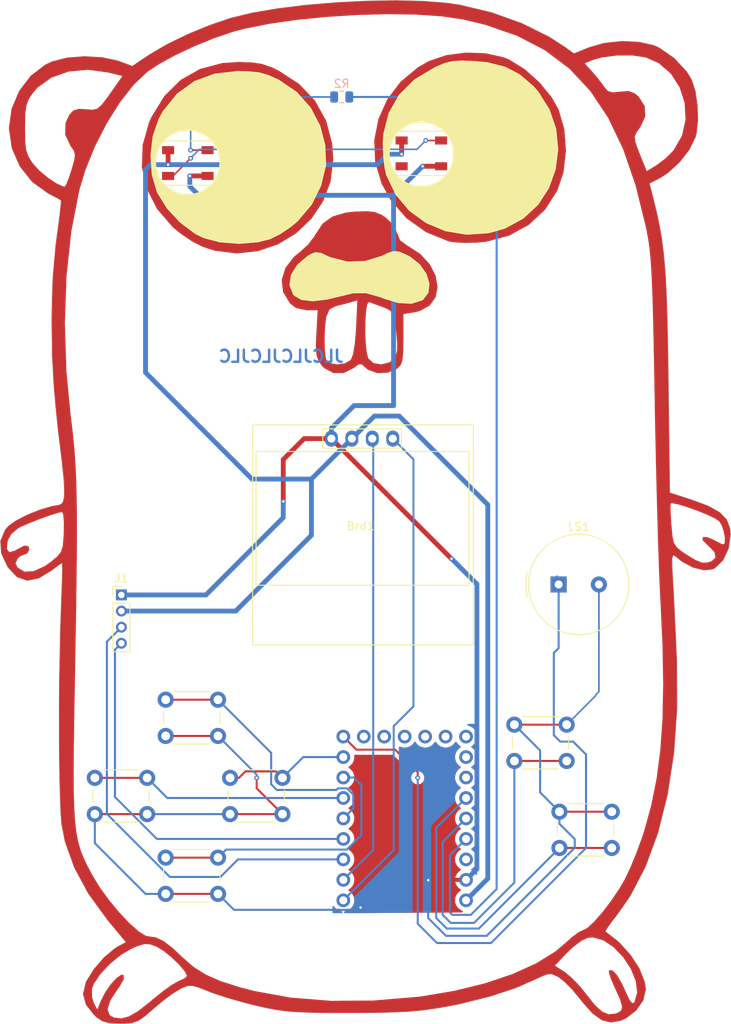
<source format=kicad_pcb>
(kicad_pcb (version 20240108) (generator "pcbnew") (generator_version "8.0")
  (layers (0 "F.Cu" signal) (31 "B.Cu" signal) (34 "B.Paste" user) (35 "F.Paste" user) (36 "B.SilkS" user "B.Silkscreen") (37 "F.SilkS" user "F.Silkscreen") (38 "B.Mask" user) (39 "F.Mask" user) (44 "Edge.Cuts" user))
  (net 0 "")
  (net 1 "GND")
  (net 2 "VCC")
  (net 3 "Net-(D1-DIN)")
  (net 4 "Net-(D1-DOUT)")
  (net 6 "/SDA")
  (net 7 "/SCL")
  (net 8 "/SDA1")
  (net 9 "/SCL1")
  (net 10 "Net-(U1-GP8)")
  (net 11 "/GP29")
  (net 12 "Net-(U1-GP4)")
  (net 13 "Net-(U1-GP5)")
  (net 14 "Net-(U1-GP6)")
  (net 15 "Net-(U1-GP7)")
  (net 16 "Net-(U1-GP28)")
  (net 17 "Net-(U1-GP27)")
  (footprint "LED_SMD:LED_WS2812B_PLCC4_5.0x5.0mm_P3.2mm" (layer "F.Cu") (at 91.75 63.9)
    (property "Reference" "D1" (hide yes))
    (property "Value" "WS2812B")
  )
  (footprint "LED_SMD:LED_WS2812B_PLCC4_5.0x5.0mm_P3.2mm" (layer "F.Cu") (at 120.75 62.7)
    (property "Reference" "D2" (hide yes))
    (property "Value" "WS2812B")
  )
  (footprint "rp2040-zero:my-rp2040-zero" (layer "F.Cu") (at 118.68 145.24 180)
    (property "Reference" "U1" (hide yes))
    (property "Value" "~" (hide yes))
  )
  (footprint "XIAO:128x64OLED" (layer "F.Cu") (at 113.2 108.7)
    (property "Reference" "Brd1")
    (property "Value" "SSD1306")
  )
  (footprint "Button_Switch_THT:SW_PUSH_6mm_H4.3mm" (layer "F.Cu") (at 132.3 133.6)
    (property "Reference" "SW5" (hide yes))
    (property "Value" "SW_Push")
  )
  (footprint "Button_Switch_THT:SW_PUSH_6mm_H4.3mm" (layer "F.Cu") (at 80.2 140.2)
    (property "Reference" "SW2" (hide yes))
    (property "Value" "SW_Push")
  )
  (footprint "Button_Switch_THT:SW_PUSH_6mm_H4.3mm" (layer "F.Cu") (at 89 150.1)
    (property "Reference" "SW3" (hide yes))
    (property "Value" "SW_Push")
  )
  (footprint "Connector_PinHeader_2.00mm:PinHeader_1x04_P2.00mm_Vertical" (layer "F.Cu") (at 83.5 117.5)
    (property "Reference" "J1")
    (property "Value" "Conn_01x04_Pin")
  )
  (footprint "MountingHole:MountingHole_3.2mm_M3" (layer "F.Cu") (at 112 50.7)
    (property "Reference" "REF**" (hide yes))
    (property "Value" "MountingHole_3.2mm_M3")
  )
  (footprint "Button_Switch_THT:SW_PUSH_6mm_H4.3mm" (layer "F.Cu") (at 89 130.5)
    (property "Reference" "SW1" (hide yes))
    (property "Value" "SW_Push")
  )
  (footprint "gopher:gopher" (layer "F.Cu") (at 113.8 107.2)
    (property "Reference" "G***" (hide yes))
    (property "Value" "LOGO" (hide yes))
    (fp_line (start -45.35 3.59) (end -44.76 2.2) (stroke (width 0.05)) (layer "Edge.Cuts"))
    (fp_line (start -45.25 5.16) (end -45.35 3.59) (stroke (width 0.05)) (layer "Edge.Cuts"))
    (fp_line (start -44.76 2.2) (end -44.36 1.73) (stroke (width 0.05)) (layer "Edge.Cuts"))
    (fp_line (start -44.43 6.89) (end -45.25 5.16) (stroke (width 0.05)) (layer "Edge.Cuts"))
    (fp_line (start -44.36 1.73) (end -43.41 1.05) (stroke (width 0.05)) (layer "Edge.Cuts"))
    (fp_line (start -44.29 -47.63) (end -43.96 -50.04) (stroke (width 0.05)) (layer "Edge.Cuts"))
    (fp_line (start -43.96 -50.04) (end -43.01 -52.27) (stroke (width 0.05)) (layer "Edge.Cuts"))
    (fp_line (start -43.93 -45.12) (end -44.29 -47.63) (stroke (width 0.05)) (layer "Edge.Cuts"))
    (fp_line (start -43.41 1.05) (end -42.02 0.33) (stroke (width 0.05)) (layer "Edge.Cuts"))
    (fp_line (start -43.28 8.11) (end -44.43 6.89) (stroke (width 0.05)) (layer "Edge.Cuts"))
    (fp_line (start -43.01 -52.27) (end -41.59 -54.13) (stroke (width 0.05)) (layer "Edge.Cuts"))
    (fp_line (start -42.93 -42.86) (end -43.93 -45.12) (stroke (width 0.05)) (layer "Edge.Cuts"))
    (fp_line (start -42.02 0.33) (end -40.41 -0.31) (stroke (width 0.05)) (layer "Edge.Cuts"))
    (fp_line (start -41.97 8.55) (end -43.28 8.11) (stroke (width 0.05)) (layer "Edge.Cuts"))
    (fp_line (start -41.59 -54.13) (end -39.78 -55.52) (stroke (width 0.05)) (layer "Edge.Cuts"))
    (fp_line (start -41.39 -40.93) (end -42.93 -42.86) (stroke (width 0.05)) (layer "Edge.Cuts"))
    (fp_line (start -40.54 8.26) (end -41.97 8.55) (stroke (width 0.05)) (layer "Edge.Cuts"))
    (fp_line (start -40.41 -0.31) (end -38.94 -0.74) (stroke (width 0.05)) (layer "Edge.Cuts"))
    (fp_line (start -39.79 7.8) (end -40.54 8.26) (stroke (width 0.05)) (layer "Edge.Cuts"))
    (fp_line (start -39.78 -55.52) (end -38.91 -55.93) (stroke (width 0.05)) (layer "Edge.Cuts"))
    (fp_line (start -39.4 -39.5) (end -41.39 -40.93) (stroke (width 0.05)) (layer "Edge.Cuts"))
    (fp_line (start -38.99 -23.79) (end -38.94 -26.34) (stroke (width 0.05)) (layer "Edge.Cuts"))
    (fp_line (start -38.95 -21.14) (end -38.99 -23.79) (stroke (width 0.05)) (layer "Edge.Cuts"))
    (fp_line (start -38.94 -26.34) (end -38.88 -28.29) (stroke (width 0.05)) (layer "Edge.Cuts"))
    (fp_line (start -38.94 -19.52) (end -38.95 -21.14) (stroke (width 0.05)) (layer "Edge.Cuts"))
    (fp_line (start -38.94 -0.74) (end -38.74 -0.78) (stroke (width 0.05)) (layer "Edge.Cuts"))
    (fp_line (start -38.94 7.28) (end -39.79 7.8) (stroke (width 0.05)) (layer "Edge.Cuts"))
    (fp_line (start -38.91 -55.93) (end -37.08 -56.4) (stroke (width 0.05)) (layer "Edge.Cuts"))
    (fp_line (start -38.88 -28.29) (end -38.85 -29.08) (stroke (width 0.05)) (layer "Edge.Cuts"))
    (fp_line (start -38.85 -29.08) (end -38.67 -31.15) (stroke (width 0.05)) (layer "Edge.Cuts"))
    (fp_line (start -38.84 -17.74) (end -38.94 -19.52) (stroke (width 0.05)) (layer "Edge.Cuts"))
    (fp_line (start -38.74 -0.78) (end -38.23 -0.86) (stroke (width 0.05)) (layer "Edge.Cuts"))
    (fp_line (start -38.73 -15.79) (end -38.84 -17.74) (stroke (width 0.05)) (layer "Edge.Cuts"))
    (fp_line (start -38.67 -31.15) (end -38.49 -33.11) (stroke (width 0.05)) (layer "Edge.Cuts"))
    (fp_line (start -38.49 -33.11) (end -38.25 -34.92) (stroke (width 0.05)) (layer "Edge.Cuts"))
    (fp_line (start -38.49 -13.05) (end -38.73 -15.79) (stroke (width 0.05)) (layer "Edge.Cuts"))
    (fp_line (start -38.38 -11.93) (end -38.49 -13.05) (stroke (width 0.05)) (layer "Edge.Cuts"))
    (fp_line (start -38.25 -34.92) (end -38.04 -36.48) (stroke (width 0.05)) (layer "Edge.Cuts"))
    (fp_line (start -38.24 -38.89) (end -39.4 -39.5) (stroke (width 0.05)) (layer "Edge.Cuts"))
    (fp_line (start -38.23 -0.86) (end -37.82 -0.98) (stroke (width 0.05)) (layer "Edge.Cuts"))
    (fp_line (start -38.18 -9.93) (end -38.38 -11.93) (stroke (width 0.05)) (layer "Edge.Cuts"))
    (fp_line (start -38.07 24.31) (end -38.05 22.38) (stroke (width 0.05)) (layer "Edge.Cuts"))
    (fp_line (start -38.06 26.6) (end -38.07 24.31) (stroke (width 0.05)) (layer "Edge.Cuts"))
    (fp_line (start -38.06 28.14) (end -38.06 26.6) (stroke (width 0.05)) (layer "Edge.Cuts"))
    (fp_line (start -38.06 28.91) (end -38.06 28.14) (stroke (width 0.05)) (layer "Edge.Cuts"))
    (fp_line (start -38.05 22.38) (end -38.04 20.73) (stroke (width 0.05)) (layer "Edge.Cuts"))
    (fp_line (start -38.04 -36.48) (end -37.89 -37.8) (stroke (width 0.05)) (layer "Edge.Cuts"))
    (fp_line (start -38.04 20.73) (end -37.99 18.47) (stroke (width 0.05)) (layer "Edge.Cuts"))
    (fp_line (start -38.03 31.31) (end -38.06 28.91) (stroke (width 0.05)) (layer "Edge.Cuts"))
    (fp_line (start -38.02 6.59) (end -38.94 7.28) (stroke (width 0.05)) (layer "Edge.Cuts"))
    (fp_line (start -38.01 33.06) (end -38.03 31.31) (stroke (width 0.05)) (layer "Edge.Cuts"))
    (fp_line (start -37.99 -8.51) (end -38.18 -9.93) (stroke (width 0.05)) (layer "Edge.Cuts"))
    (fp_line (start -37.99 18.47) (end -37.93 15) (stroke (width 0.05)) (layer "Edge.Cuts"))
    (fp_line (start -37.98 34.15) (end -38.01 33.06) (stroke (width 0.05)) (layer "Edge.Cuts"))
    (fp_line (start -37.93 15) (end -37.85 12.51) (stroke (width 0.05)) (layer "Edge.Cuts"))
    (fp_line (start -37.92 -7.9) (end -37.99 -8.51) (stroke (width 0.05)) (layer "Edge.Cuts"))
    (fp_line (start -37.89 -37.8) (end -37.84 -38.3) (stroke (width 0.05)) (layer "Edge.Cuts"))
    (fp_line (start -37.87 37.4) (end -37.98 34.15) (stroke (width 0.05)) (layer "Edge.Cuts"))
    (fp_line (start -37.85 12.51) (end -37.77 10.43) (stroke (width 0.05)) (layer "Edge.Cuts"))
    (fp_line (start -37.84 -38.3) (end -37.83 -38.64) (stroke (width 0.05)) (layer "Edge.Cuts"))
    (fp_line (start -37.83 -38.64) (end -38.24 -38.89) (stroke (width 0.05)) (layer "Edge.Cuts"))
    (fp_line (start -37.82 -0.98) (end -37.59 -1.24) (stroke (width 0.05)) (layer "Edge.Cuts"))
    (fp_line (start -37.82 6.47) (end -38.02 6.59) (stroke (width 0.05)) (layer "Edge.Cuts"))
    (fp_line (start -37.77 -6.71) (end -37.92 -7.9) (stroke (width 0.05)) (layer "Edge.Cuts"))
    (fp_line (start -37.77 10.43) (end -37.72 9.09) (stroke (width 0.05)) (layer "Edge.Cuts"))
    (fp_line (start -37.75 38.82) (end -37.87 37.4) (stroke (width 0.05)) (layer "Edge.Cuts"))
    (fp_line (start -37.72 9.09) (end -37.68 7.87) (stroke (width 0.05)) (layer "Edge.Cuts"))
    (fp_line (start -37.68 6.38) (end -37.82 6.47) (stroke (width 0.05)) (layer "Edge.Cuts"))
    (fp_line (start -37.68 6.6) (end -37.68 6.38) (stroke (width 0.05)) (layer "Edge.Cuts"))
    (fp_line (start -37.68 7.87) (end -37.66 7.05) (stroke (width 0.05)) (layer "Edge.Cuts"))
    (fp_line (start -37.66 7.05) (end -37.68 6.6) (stroke (width 0.05)) (layer "Edge.Cuts"))
    (fp_line (start -37.61 -5.22) (end -37.77 -6.71) (stroke (width 0.05)) (layer "Edge.Cuts"))
    (fp_line (start -37.59 -1.24) (end -37.45 -1.81) (stroke (width 0.05)) (layer "Edge.Cuts"))
    (fp_line (start -37.48 -4.01) (end -37.61 -5.22) (stroke (width 0.05)) (layer "Edge.Cuts"))
    (fp_line (start -37.45 -1.81) (end -37.42 -2.73) (stroke (width 0.05)) (layer "Edge.Cuts"))
    (fp_line (start -37.42 -2.73) (end -37.48 -4.01) (stroke (width 0.05)) (layer "Edge.Cuts"))
    (fp_line (start -37.34 40.92) (end -37.75 38.82) (stroke (width 0.05)) (layer "Edge.Cuts"))
    (fp_line (start -37.08 -56.4) (end -34.92 -56.58) (stroke (width 0.05)) (layer "Edge.Cuts"))
    (fp_line (start -36.17 44.16) (end -37.34 40.92) (stroke (width 0.05)) (layer "Edge.Cuts"))
    (fp_line (start -35.09 59.83) (end -34.75 58.38) (stroke (width 0.05)) (layer "Edge.Cuts"))
    (fp_line (start -34.92 -56.58) (end -33.6 -56.5) (stroke (width 0.05)) (layer "Edge.Cuts"))
    (fp_line (start -34.75 58.38) (end -34.65 58.17) (stroke (width 0.05)) (layer "Edge.Cuts"))
    (fp_line (start -34.73 61.16) (end -35.09 59.83) (stroke (width 0.05)) (layer "Edge.Cuts"))
    (fp_line (start -34.65 58.17) (end -34.01 57.16) (stroke (width 0.05)) (layer "Edge.Cuts"))
    (fp_line (start -34.42 47.41) (end -36.17 44.16) (stroke (width 0.05)) (layer "Edge.Cuts"))
    (fp_line (start -34.1 47.83) (end -34.42 47.41) (stroke (width 0.05)) (layer "Edge.Cuts"))
    (fp_line (start -34.01 57.16) (end -33.72 56.69) (stroke (width 0.05)) (layer "Edge.Cuts"))
    (fp_line (start -33.73 62.43) (end -34.73 61.16) (stroke (width 0.05)) (layer "Edge.Cuts"))
    (fp_line (start -33.72 56.69) (end -32.74 55.57) (stroke (width 0.05)) (layer "Edge.Cuts"))
    (fp_line (start -33.6 -56.5) (end -32.71 -56.45) (stroke (width 0.05)) (layer "Edge.Cuts"))
    (fp_line (start -33.39 62.75) (end -33.73 62.43) (stroke (width 0.05)) (layer "Edge.Cuts"))
    (fp_line (start -32.74 55.57) (end -32.5 55.28) (stroke (width 0.05)) (layer "Edge.Cuts"))
    (fp_line (start -32.71 -56.45) (end -32.04 -56.31) (stroke (width 0.05)) (layer "Edge.Cuts"))
    (fp_line (start -32.69 49.78) (end -34.1 47.83) (stroke (width 0.05)) (layer "Edge.Cuts"))
    (fp_line (start -32.65 63.24) (end -33.39 62.75) (stroke (width 0.05)) (layer "Edge.Cuts"))
    (fp_line (start -32.5 55.28) (end -31.32 54.29) (stroke (width 0.05)) (layer "Edge.Cuts"))
    (fp_line (start -32.04 -56.31) (end -30.74 -56.03) (stroke (width 0.05)) (layer "Edge.Cuts"))
    (fp_line (start -32 50.72) (end -32.69 49.78) (stroke (width 0.05)) (layer "Edge.Cuts"))
    (fp_line (start -31.78 63.46) (end -32.65 63.24) (stroke (width 0.05)) (layer "Edge.Cuts"))
    (fp_line (start -31.32 54.29) (end -31.12 54.13) (stroke (width 0.05)) (layer "Edge.Cuts"))
    (fp_line (start -31.12 54.13) (end -30.72 53.88) (stroke (width 0.05)) (layer "Edge.Cuts"))
    (fp_line (start -30.91 52.03) (end -32 50.72) (stroke (width 0.05)) (layer "Edge.Cuts"))
    (fp_line (start -30.74 -56.03) (end -29.77 -55.68) (stroke (width 0.05)) (layer "Edge.Cuts"))
    (fp_line (start -30.72 53.88) (end -30.23 53.62) (stroke (width 0.05)) (layer "Edge.Cuts"))
    (fp_line (start -30.47 63.52) (end -31.78 63.46) (stroke (width 0.05)) (layer "Edge.Cuts"))
    (fp_line (start -30.23 53.62) (end -29.78 53.38) (stroke (width 0.05)) (layer "Edge.Cuts"))
    (fp_line (start -30.02 53.1) (end -30.91 52.03) (stroke (width 0.05)) (layer "Edge.Cuts"))
    (fp_line (start -29.92 63.52) (end -30.47 63.52) (stroke (width 0.05)) (layer "Edge.Cuts"))
    (fp_line (start -29.78 53.38) (end -30.02 53.1) (stroke (width 0.05)) (layer "Edge.Cuts"))
    (fp_line (start -29.77 -55.68) (end -28.95 -55.37) (stroke (width 0.05)) (layer "Edge.Cuts"))
    (fp_line (start -28.96 63.44) (end -29.92 63.52) (stroke (width 0.05)) (layer "Edge.Cuts"))
    (fp_line (start -28.95 -55.37) (end -27.96 -56.04) (stroke (width 0.05)) (layer "Edge.Cuts"))
    (fp_line (start -28.19 63.18) (end -28.96 63.44) (stroke (width 0.05)) (layer "Edge.Cuts"))
    (fp_line (start -27.96 -56.04) (end -26.9 -56.74) (stroke (width 0.05)) (layer "Edge.Cuts"))
    (fp_line (start -27.39 62.63) (end -28.19 63.18) (stroke (width 0.05)) (layer "Edge.Cuts"))
    (fp_line (start -26.93 62.24) (end -27.39 62.63) (stroke (width 0.05)) (layer "Edge.Cuts"))
    (fp_line (start -26.9 -56.74) (end -25.7 -57.46) (stroke (width 0.05)) (layer "Edge.Cuts"))
    (fp_line (start -26.27 61.66) (end -26.93 62.24) (stroke (width 0.05)) (layer "Edge.Cuts"))
    (fp_line (start -25.78 61.25) (end -26.27 61.66) (stroke (width 0.05)) (layer "Edge.Cuts"))
    (fp_line (start -25.7 -57.46) (end -24.89 -57.92) (stroke (width 0.05)) (layer "Edge.Cuts"))
    (fp_line (start -25.1 60.68) (end -25.78 61.25) (stroke (width 0.05)) (layer "Edge.Cuts"))
    (fp_line (start -24.89 -57.92) (end -24.58 -58.1) (stroke (width 0.05)) (layer "Edge.Cuts"))
    (fp_line (start -24.58 -58.1) (end -22.21 -59.25) (stroke (width 0.05)) (layer "Edge.Cuts"))
    (fp_line (start -24.35 60.12) (end -25.1 60.68) (stroke (width 0.05)) (layer "Edge.Cuts"))
    (fp_line (start -23.96 59.83) (end -24.35 60.12) (stroke (width 0.05)) (layer "Edge.Cuts"))
    (fp_line (start -23.7 59.67) (end -23.96 59.83) (stroke (width 0.05)) (layer "Edge.Cuts"))
    (fp_line (start -22.99 59.23) (end -23.7 59.67) (stroke (width 0.05)) (layer "Edge.Cuts"))
    (fp_line (start -22.72 59.1) (end -22.99 59.23) (stroke (width 0.05)) (layer "Edge.Cuts"))
    (fp_line (start -22.21 -59.25) (end -21.72 -59.47) (stroke (width 0.05)) (layer "Edge.Cuts"))
    (fp_line (start -22.1 58.86) (end -22.72 59.1) (stroke (width 0.05)) (layer "Edge.Cuts"))
    (fp_line (start -21.72 -59.47) (end -19.31 -60.45) (stroke (width 0.05)) (layer "Edge.Cuts"))
    (fp_line (start -21.51 58.83) (end -22.1 58.86) (stroke (width 0.05)) (layer "Edge.Cuts"))
    (fp_line (start -20.89 59) (end -21.51 58.83) (stroke (width 0.05)) (layer "Edge.Cuts"))
    (fp_line (start -20.6 59.09) (end -20.89 59) (stroke (width 0.05)) (layer "Edge.Cuts"))
    (fp_line (start -20.15 59.27) (end -20.6 59.09) (stroke (width 0.05)) (layer "Edge.Cuts"))
    (fp_line (start -19.46 59.54) (end -20.15 59.27) (stroke (width 0.05)) (layer "Edge.Cuts"))
    (fp_line (start -19.31 -60.45) (end -16.7 -61.34) (stroke (width 0.05)) (layer "Edge.Cuts"))
    (fp_line (start -18.72 59.82) (end -19.46 59.54) (stroke (width 0.05)) (layer "Edge.Cuts"))
    (fp_line (start -17.19 60.32) (end -18.72 59.82) (stroke (width 0.05)) (layer "Edge.Cuts"))
    (fp_line (start -16.7 -61.34) (end -14.05 -61.98) (stroke (width 0.05)) (layer "Edge.Cuts"))
    (fp_line (start -16.14 60.62) (end -17.19 60.32) (stroke (width 0.05)) (layer "Edge.Cuts"))
    (fp_line (start -15.17 60.9) (end -16.14 60.62) (stroke (width 0.05)) (layer "Edge.Cuts"))
    (fp_line (start -14.05 -61.98) (end -10.91 -62.51) (stroke (width 0.05)) (layer "Edge.Cuts"))
    (fp_line (start -13.61 61.29) (end -15.17 60.9) (stroke (width 0.05)) (layer "Edge.Cuts"))
    (fp_line (start -12.43 61.57) (end -13.61 61.29) (stroke (width 0.05)) (layer "Edge.Cuts"))
    (fp_line (start -11.12 61.81) (end -12.43 61.57) (stroke (width 0.05)) (layer "Edge.Cuts"))
    (fp_line (start -10.91 -62.51) (end -7.39 -62.95) (stroke (width 0.05)) (layer "Edge.Cuts"))
    (fp_line (start -9.78 62) (end -11.12 61.81) (stroke (width 0.05)) (layer "Edge.Cuts"))
    (fp_line (start -8.45 62.1) (end -9.78 62) (stroke (width 0.05)) (layer "Edge.Cuts"))
    (fp_line (start -7.64 62.13) (end -8.45 62.1) (stroke (width 0.05)) (layer "Edge.Cuts"))
    (fp_line (start -7.39 -62.95) (end -4.97 -63.15) (stroke (width 0.05)) (layer "Edge.Cuts"))
    (fp_line (start -5.78 62.19) (end -7.64 62.13) (stroke (width 0.05)) (layer "Edge.Cuts"))
    (fp_line (start -4.97 -63.15) (end -3.63 -63.26) (stroke (width 0.05)) (layer "Edge.Cuts"))
    (fp_line (start -4.09 62.2) (end -5.78 62.19) (stroke (width 0.05)) (layer "Edge.Cuts"))
    (fp_line (start -3.63 -63.26) (end -1.9 -63.35) (stroke (width 0.05)) (layer "Edge.Cuts"))
    (fp_line (start -2.01 62.2) (end -4.09 62.2) (stroke (width 0.05)) (layer "Edge.Cuts"))
    (fp_line (start -1.9 -63.35) (end 0.09 -63.45) (stroke (width 0.05)) (layer "Edge.Cuts"))
    (fp_line (start -0.94 62.2) (end -2.01 62.2) (stroke (width 0.05)) (layer "Edge.Cuts"))
    (fp_line (start 0.09 -63.45) (end 2.08 -63.49) (stroke (width 0.05)) (layer "Edge.Cuts"))
    (fp_line (start 0.58 62.19) (end -0.94 62.2) (stroke (width 0.05)) (layer "Edge.Cuts"))
    (fp_line (start 1.44 62.18) (end 0.58 62.19) (stroke (width 0.05)) (layer "Edge.Cuts"))
    (fp_line (start 2.08 -63.49) (end 3.77 -63.51) (stroke (width 0.05)) (layer "Edge.Cuts"))
    (fp_line (start 2.7 62.14) (end 1.44 62.18) (stroke (width 0.05)) (layer "Edge.Cuts"))
    (fp_line (start 3.63 62.12) (end 2.7 62.14) (stroke (width 0.05)) (layer "Edge.Cuts"))
    (fp_line (start 3.77 -63.51) (end 6.18 -63.46) (stroke (width 0.05)) (layer "Edge.Cuts"))
    (fp_line (start 4.55 62.07) (end 3.63 62.12) (stroke (width 0.05)) (layer "Edge.Cuts"))
    (fp_line (start 5.31 62.04) (end 4.55 62.07) (stroke (width 0.05)) (layer "Edge.Cuts"))
    (fp_line (start 5.64 62.01) (end 5.31 62.04) (stroke (width 0.05)) (layer "Edge.Cuts"))
    (fp_line (start 6.18 -63.46) (end 7.18 -63.43) (stroke (width 0.05)) (layer "Edge.Cuts"))
    (fp_line (start 6.3 61.95) (end 5.64 62.01) (stroke (width 0.05)) (layer "Edge.Cuts"))
    (fp_line (start 7.06 61.88) (end 6.3 61.95) (stroke (width 0.05)) (layer "Edge.Cuts"))
    (fp_line (start 7.18 -63.43) (end 10.13 -63.2) (stroke (width 0.05)) (layer "Edge.Cuts"))
    (fp_line (start 7.65 61.8) (end 7.06 61.88) (stroke (width 0.05)) (layer "Edge.Cuts"))
    (fp_line (start 8.66 61.66) (end 7.65 61.8) (stroke (width 0.05)) (layer "Edge.Cuts"))
    (fp_line (start 8.91 61.62) (end 8.66 61.66) (stroke (width 0.05)) (layer "Edge.Cuts"))
    (fp_line (start 9.61 61.5) (end 8.91 61.62) (stroke (width 0.05)) (layer "Edge.Cuts"))
    (fp_line (start 10.13 -63.2) (end 11.7 -62.97) (stroke (width 0.05)) (layer "Edge.Cuts"))
    (fp_line (start 10.5 61.34) (end 9.61 61.5) (stroke (width 0.05)) (layer "Edge.Cuts"))
    (fp_line (start 11.16 61.21) (end 10.5 61.34) (stroke (width 0.05)) (layer "Edge.Cuts"))
    (fp_line (start 11.69 61.1) (end 11.16 61.21) (stroke (width 0.05)) (layer "Edge.Cuts"))
    (fp_line (start 11.7 -62.97) (end 13.57 -62.53) (stroke (width 0.05)) (layer "Edge.Cuts"))
    (fp_line (start 12.47 60.91) (end 11.69 61.1) (stroke (width 0.05)) (layer "Edge.Cuts"))
    (fp_line (start 13.43 60.67) (end 12.47 60.91) (stroke (width 0.05)) (layer "Edge.Cuts"))
    (fp_line (start 13.57 -62.53) (end 15.65 -62.03) (stroke (width 0.05)) (layer "Edge.Cuts"))
    (fp_line (start 14.57 60.39) (end 13.43 60.67) (stroke (width 0.05)) (layer "Edge.Cuts"))
    (fp_line (start 15.54 60.14) (end 14.57 60.39) (stroke (width 0.05)) (layer "Edge.Cuts"))
    (fp_line (start 15.65 -62.03) (end 17.19 -61.48) (stroke (width 0.05)) (layer "Edge.Cuts"))
    (fp_line (start 16.4 59.86) (end 15.54 60.14) (stroke (width 0.05)) (layer "Edge.Cuts"))
    (fp_line (start 17.12 59.62) (end 16.4 59.86) (stroke (width 0.05)) (layer "Edge.Cuts"))
    (fp_line (start 17.19 -61.48) (end 19.46 -60.67) (stroke (width 0.05)) (layer "Edge.Cuts"))
    (fp_line (start 17.63 59.45) (end 17.12 59.62) (stroke (width 0.05)) (layer "Edge.Cuts"))
    (fp_line (start 18.31 59.23) (end 17.63 59.45) (stroke (width 0.05)) (layer "Edge.Cuts"))
    (fp_line (start 18.77 59.07) (end 18.31 59.23) (stroke (width 0.05)) (layer "Edge.Cuts"))
    (fp_line (start 19.17 58.9) (end 18.77 59.07) (stroke (width 0.05)) (layer "Edge.Cuts"))
    (fp_line (start 19.46 -60.67) (end 22.84 -58.99) (stroke (width 0.05)) (layer "Edge.Cuts"))
    (fp_line (start 19.54 58.73) (end 19.17 58.9) (stroke (width 0.05)) (layer "Edge.Cuts"))
    (fp_line (start 20.16 58.45) (end 19.54 58.73) (stroke (width 0.05)) (layer "Edge.Cuts"))
    (fp_line (start 20.75 58.2) (end 20.16 58.45) (stroke (width 0.05)) (layer "Edge.Cuts"))
    (fp_line (start 21.2 58) (end 20.75 58.2) (stroke (width 0.05)) (layer "Edge.Cuts"))
    (fp_line (start 21.69 57.77) (end 21.2 58) (stroke (width 0.05)) (layer "Edge.Cuts"))
    (fp_line (start 21.89 57.68) (end 21.69 57.77) (stroke (width 0.05)) (layer "Edge.Cuts"))
    (fp_line (start 22.54 57.41) (end 21.89 57.68) (stroke (width 0.05)) (layer "Edge.Cuts"))
    (fp_line (start 22.84 -58.99) (end 24.79 -57.73) (stroke (width 0.05)) (layer "Edge.Cuts"))
    (fp_line (start 23.16 57.39) (end 22.54 57.41) (stroke (width 0.05)) (layer "Edge.Cuts"))
    (fp_line (start 23.92 57.72) (end 23.16 57.39) (stroke (width 0.05)) (layer "Edge.Cuts"))
    (fp_line (start 24.08 57.84) (end 23.92 57.72) (stroke (width 0.05)) (layer "Edge.Cuts"))
    (fp_line (start 24.71 58.34) (end 24.08 57.84) (stroke (width 0.05)) (layer "Edge.Cuts"))
    (fp_line (start 24.79 -57.73) (end 25.9 -56.93) (stroke (width 0.05)) (layer "Edge.Cuts"))
    (fp_line (start 25.08 58.71) (end 24.71 58.34) (stroke (width 0.05)) (layer "Edge.Cuts"))
    (fp_line (start 25.68 59.31) (end 25.08 58.71) (stroke (width 0.05)) (layer "Edge.Cuts"))
    (fp_line (start 25.85 59.52) (end 25.68 59.31) (stroke (width 0.05)) (layer "Edge.Cuts"))
    (fp_line (start 25.9 -56.93) (end 27.78 -57.69) (stroke (width 0.05)) (layer "Edge.Cuts"))
    (fp_line (start 26.34 60.12) (end 25.85 59.52) (stroke (width 0.05)) (layer "Edge.Cuts"))
    (fp_line (start 26.94 60.86) (end 26.34 60.12) (stroke (width 0.05)) (layer "Edge.Cuts"))
    (fp_line (start 27.3 61.27) (end 26.94 60.86) (stroke (width 0.05)) (layer "Edge.Cuts"))
    (fp_line (start 27.78 -57.69) (end 29.66 -58.23) (stroke (width 0.05)) (layer "Edge.Cuts"))
    (fp_line (start 28.22 62.29) (end 27.3 61.27) (stroke (width 0.05)) (layer "Edge.Cuts"))
    (fp_line (start 29.38 63.11) (end 28.22 62.29) (stroke (width 0.05)) (layer "Edge.Cuts"))
    (fp_line (start 29.66 -58.23) (end 31.86 -58.46) (stroke (width 0.05)) (layer "Edge.Cuts"))
    (fp_line (start 29.84 52.05) (end 30.47 52.54) (stroke (width 0.05)) (layer "Edge.Cuts"))
    (fp_line (start 30.04 51.7) (end 29.84 52.05) (stroke (width 0.05)) (layer "Edge.Cuts"))
    (fp_line (start 30.13 51.57) (end 30.04 51.7) (stroke (width 0.05)) (layer "Edge.Cuts"))
    (fp_line (start 30.47 52.54) (end 31.36 53.24) (stroke (width 0.05)) (layer "Edge.Cuts"))
    (fp_line (start 30.51 63.38) (end 29.38 63.11) (stroke (width 0.05)) (layer "Edge.Cuts"))
    (fp_line (start 30.59 50.92) (end 30.13 51.57) (stroke (width 0.05)) (layer "Edge.Cuts"))
    (fp_line (start 31.13 50.23) (end 30.59 50.92) (stroke (width 0.05)) (layer "Edge.Cuts"))
    (fp_line (start 31.36 53.24) (end 31.48 53.33) (stroke (width 0.05)) (layer "Edge.Cuts"))
    (fp_line (start 31.48 53.33) (end 32.15 54.06) (stroke (width 0.05)) (layer "Edge.Cuts"))
    (fp_line (start 31.73 63.16) (end 30.51 63.38) (stroke (width 0.05)) (layer "Edge.Cuts"))
    (fp_line (start 31.85 49.23) (end 31.13 50.23) (stroke (width 0.05)) (layer "Edge.Cuts"))
    (fp_line (start 31.86 -58.46) (end 33.95 -58.36) (stroke (width 0.05)) (layer "Edge.Cuts"))
    (fp_line (start 32.15 54.06) (end 32.96 54.96) (stroke (width 0.05)) (layer "Edge.Cuts"))
    (fp_line (start 32.4 62.86) (end 31.73 63.16) (stroke (width 0.05)) (layer "Edge.Cuts"))
    (fp_line (start 32.89 47.73) (end 31.85 49.23) (stroke (width 0.05)) (layer "Edge.Cuts"))
    (fp_line (start 32.96 54.96) (end 33.71 56.11) (stroke (width 0.05)) (layer "Edge.Cuts"))
    (fp_line (start 33.39 46.79) (end 32.89 47.73) (stroke (width 0.05)) (layer "Edge.Cuts"))
    (fp_line (start 33.66 61.88) (end 32.4 62.86) (stroke (width 0.05)) (layer "Edge.Cuts"))
    (fp_line (start 33.71 56.11) (end 34.05 56.64) (stroke (width 0.05)) (layer "Edge.Cuts"))
    (fp_line (start 33.89 45.83) (end 33.39 46.79) (stroke (width 0.05)) (layer "Edge.Cuts"))
    (fp_line (start 33.95 -58.36) (end 35.77 -57.96) (stroke (width 0.05)) (layer "Edge.Cuts"))
    (fp_line (start 34.05 56.64) (end 34.72 58.32) (stroke (width 0.05)) (layer "Edge.Cuts"))
    (fp_line (start 34.53 60.63) (end 33.66 61.88) (stroke (width 0.05)) (layer "Edge.Cuts"))
    (fp_line (start 34.72 58.32) (end 34.85 59.26) (stroke (width 0.05)) (layer "Edge.Cuts"))
    (fp_line (start 34.79 44.09) (end 33.89 45.83) (stroke (width 0.05)) (layer "Edge.Cuts"))
    (fp_line (start 34.85 59.26) (end 34.53 60.63) (stroke (width 0.05)) (layer "Edge.Cuts"))
    (fp_line (start 34.9 43.83) (end 34.79 44.09) (stroke (width 0.05)) (layer "Edge.Cuts"))
    (fp_line (start 35.31 -40.75) (end 35.46 -40.21) (stroke (width 0.05)) (layer "Edge.Cuts"))
    (fp_line (start 35.46 -40.21) (end 35.64 -39.51) (stroke (width 0.05)) (layer "Edge.Cuts"))
    (fp_line (start 35.64 -39.51) (end 35.8 -38.88) (stroke (width 0.05)) (layer "Edge.Cuts"))
    (fp_line (start 35.77 -57.96) (end 36.49 -57.65) (stroke (width 0.05)) (layer "Edge.Cuts"))
    (fp_line (start 35.8 -38.88) (end 36.1 -37.65) (stroke (width 0.05)) (layer "Edge.Cuts"))
    (fp_line (start 35.97 -41.08) (end 35.31 -40.75) (stroke (width 0.05)) (layer "Edge.Cuts"))
    (fp_line (start 36.1 -37.65) (end 36.29 -36.85) (stroke (width 0.05)) (layer "Edge.Cuts"))
    (fp_line (start 36.29 -36.85) (end 36.42 -36.22) (stroke (width 0.05)) (layer "Edge.Cuts"))
    (fp_line (start 36.37 39.84) (end 34.9 43.83) (stroke (width 0.05)) (layer "Edge.Cuts"))
    (fp_line (start 36.42 -36.22) (end 36.6 -35.35) (stroke (width 0.05)) (layer "Edge.Cuts"))
    (fp_line (start 36.49 -57.65) (end 38.39 -56.33) (stroke (width 0.05)) (layer "Edge.Cuts"))
    (fp_line (start 36.59 -41.4) (end 35.97 -41.08) (stroke (width 0.05)) (layer "Edge.Cuts"))
    (fp_line (start 36.6 -35.35) (end 36.73 -34.59) (stroke (width 0.05)) (layer "Edge.Cuts"))
    (fp_line (start 36.73 -34.59) (end 36.87 -33.75) (stroke (width 0.05)) (layer "Edge.Cuts"))
    (fp_line (start 36.87 -33.75) (end 37.1 -31.88) (stroke (width 0.05)) (layer "Edge.Cuts"))
    (fp_line (start 36.95 -41.63) (end 36.59 -41.4) (stroke (width 0.05)) (layer "Edge.Cuts"))
    (fp_line (start 36.97 37.46) (end 36.37 39.84) (stroke (width 0.05)) (layer "Edge.Cuts"))
    (fp_line (start 37.1 -31.88) (end 37.27 -30.02) (stroke (width 0.05)) (layer "Edge.Cuts"))
    (fp_line (start 37.27 -30.02) (end 37.41 -27.51) (stroke (width 0.05)) (layer "Edge.Cuts"))
    (fp_line (start 37.41 -27.51) (end 37.52 -24.34) (stroke (width 0.05)) (layer "Edge.Cuts"))
    (fp_line (start 37.52 -24.34) (end 37.64 -18.96) (stroke (width 0.05)) (layer "Edge.Cuts"))
    (fp_line (start 37.56 35.08) (end 36.97 37.46) (stroke (width 0.05)) (layer "Edge.Cuts"))
    (fp_line (start 37.59 -42.05) (end 36.95 -41.63) (stroke (width 0.05)) (layer "Edge.Cuts"))
    (fp_line (start 37.64 -18.96) (end 37.68 -14.97) (stroke (width 0.05)) (layer "Edge.Cuts"))
    (fp_line (start 37.68 -14.97) (end 37.73 -11.35) (stroke (width 0.05)) (layer "Edge.Cuts"))
    (fp_line (start 37.73 -11.35) (end 37.77 -8.14) (stroke (width 0.05)) (layer "Edge.Cuts"))
    (fp_line (start 37.77 -8.14) (end 37.8 -5.5) (stroke (width 0.05)) (layer "Edge.Cuts"))
    (fp_line (start 37.8 -5.5) (end 37.83 -3.37) (stroke (width 0.05)) (layer "Edge.Cuts"))
    (fp_line (start 37.83 -3.37) (end 37.83 -2.41) (stroke (width 0.05)) (layer "Edge.Cuts"))
    (fp_line (start 37.83 -2.41) (end 38.6 -2.17) (stroke (width 0.05)) (layer "Edge.Cuts"))
    (fp_line (start 37.94 32.64) (end 37.56 35.08) (stroke (width 0.05)) (layer "Edge.Cuts"))
    (fp_line (start 38.13 5.78) (end 38.13 6.19) (stroke (width 0.05)) (layer "Edge.Cuts"))
    (fp_line (start 38.13 6.19) (end 38.13 6.73) (stroke (width 0.05)) (layer "Edge.Cuts"))
    (fp_line (start 38.13 6.73) (end 38.19 7.94) (stroke (width 0.05)) (layer "Edge.Cuts"))
    (fp_line (start 38.19 7.94) (end 38.26 9.05) (stroke (width 0.05)) (layer "Edge.Cuts"))
    (fp_line (start 38.22 5.44) (end 38.13 5.78) (stroke (width 0.05)) (layer "Edge.Cuts"))
    (fp_line (start 38.26 9.05) (end 38.31 10.03) (stroke (width 0.05)) (layer "Edge.Cuts"))
    (fp_line (start 38.31 10.03) (end 38.35 10.72) (stroke (width 0.05)) (layer "Edge.Cuts"))
    (fp_line (start 38.35 10.72) (end 38.46 13.05) (stroke (width 0.05)) (layer "Edge.Cuts"))
    (fp_line (start 38.36 29.91) (end 37.94 32.64) (stroke (width 0.05)) (layer "Edge.Cuts"))
    (fp_line (start 38.38 5.45) (end 38.22 5.44) (stroke (width 0.05)) (layer "Edge.Cuts"))
    (fp_line (start 38.39 -56.33) (end 39.94 -54.66) (stroke (width 0.05)) (layer "Edge.Cuts"))
    (fp_line (start 38.43 5.49) (end 38.38 5.45) (stroke (width 0.05)) (layer "Edge.Cuts"))
    (fp_line (start 38.46 13.05) (end 38.54 14.67) (stroke (width 0.05)) (layer "Edge.Cuts"))
    (fp_line (start 38.54 14.67) (end 38.62 16.34) (stroke (width 0.05)) (layer "Edge.Cuts"))
    (fp_line (start 38.6 -2.17) (end 39.65 -1.83) (stroke (width 0.05)) (layer "Edge.Cuts"))
    (fp_line (start 38.62 16.34) (end 38.66 17.42) (stroke (width 0.05)) (layer "Edge.Cuts"))
    (fp_line (start 38.66 17.42) (end 38.71 18.45) (stroke (width 0.05)) (layer "Edge.Cuts"))
    (fp_line (start 38.71 18.45) (end 38.72 19.55) (stroke (width 0.05)) (layer "Edge.Cuts"))
    (fp_line (start 38.72 19.55) (end 38.72 20.65) (stroke (width 0.05)) (layer "Edge.Cuts"))
    (fp_line (start 38.72 20.65) (end 38.73 22.25) (stroke (width 0.05)) (layer "Edge.Cuts"))
    (fp_line (start 38.73 22.25) (end 38.74 24.37) (stroke (width 0.05)) (layer "Edge.Cuts"))
    (fp_line (start 38.74 24.37) (end 38.36 29.91) (stroke (width 0.05)) (layer "Edge.Cuts"))
    (fp_line (start 39.04 -43.37) (end 37.59 -42.05) (stroke (width 0.05)) (layer "Edge.Cuts"))
    (fp_line (start 39.3 6.19) (end 38.43 5.49) (stroke (width 0.05)) (layer "Edge.Cuts"))
    (fp_line (start 39.65 -1.83) (end 40.49 -1.55) (stroke (width 0.05)) (layer "Edge.Cuts"))
    (fp_line (start 39.94 -54.66) (end 40.57 -53.61) (stroke (width 0.05)) (layer "Edge.Cuts"))
    (fp_line (start 40.24 -44.9) (end 39.04 -43.37) (stroke (width 0.05)) (layer "Edge.Cuts"))
    (fp_line (start 40.49 -1.55) (end 41.69 -1.12) (stroke (width 0.05)) (layer "Edge.Cuts"))
    (fp_line (start 40.57 -53.61) (end 41.01 -52.26) (stroke (width 0.05)) (layer "Edge.Cuts"))
    (fp_line (start 40.64 6.91) (end 39.3 6.19) (stroke (width 0.05)) (layer "Edge.Cuts"))
    (fp_line (start 41.01 -52.26) (end 41.27 -50.46) (stroke (width 0.05)) (layer "Edge.Cuts"))
    (fp_line (start 41.02 -46.49) (end 40.24 -44.9) (stroke (width 0.05)) (layer "Edge.Cuts"))
    (fp_line (start 41.15 -46.97) (end 41.02 -46.49) (stroke (width 0.05)) (layer "Edge.Cuts"))
    (fp_line (start 41.27 -50.46) (end 41.33 -48.63) (stroke (width 0.05)) (layer "Edge.Cuts"))
    (fp_line (start 41.33 -48.63) (end 41.15 -46.97) (stroke (width 0.05)) (layer "Edge.Cuts"))
    (fp_line (start 41.69 -1.12) (end 42.59 -0.78) (stroke (width 0.05)) (layer "Edge.Cuts"))
    (fp_line (start 42.05 7.27) (end 40.64 6.91) (stroke (width 0.05)) (layer "Edge.Cuts"))
    (fp_line (start 42.59 -0.78) (end 42.96 -0.58) (stroke (width 0.05)) (layer "Edge.Cuts"))
    (fp_line (start 42.96 -0.58) (end 43.67 -0.18) (stroke (width 0.05)) (layer "Edge.Cuts"))
    (fp_line (start 43.13 7.14) (end 42.05 7.27) (stroke (width 0.05)) (layer "Edge.Cuts"))
    (fp_line (start 43.43 7) (end 43.13 7.14) (stroke (width 0.05)) (layer "Edge.Cuts"))
    (fp_line (start 43.67 -0.18) (end 44.03 0.03) (stroke (width 0.05)) (layer "Edge.Cuts"))
    (fp_line (start 44.03 0.03) (end 44.91 0.95) (stroke (width 0.05)) (layer "Edge.Cuts"))
    (fp_line (start 44.45 6.01) (end 43.43 7) (stroke (width 0.05)) (layer "Edge.Cuts"))
    (fp_line (start 44.91 0.95) (end 45.32 2.06) (stroke (width 0.05)) (layer "Edge.Cuts"))
    (fp_line (start 45.14 4.54) (end 44.45 6.01) (stroke (width 0.05)) (layer "Edge.Cuts"))
    (fp_line (start 45.32 2.06) (end 45.38 2.8) (stroke (width 0.05)) (layer "Edge.Cuts"))
    (fp_line (start 45.38 2.8) (end 45.14 4.54) (stroke (width 0.05)) (layer "Edge.Cuts"))
  )
  (footprint "Button_Switch_THT:SW_PUSH_6mm_H4.3mm" (layer "F.Cu") (at 97 140.2)
    (property "Reference" "SW4" (hide yes))
    (property "Value" "SW_Push")
  )
  (footprint "Button_Switch_THT:SW_PUSH_6mm_H4.3mm" (layer "F.Cu") (at 137.9 144.4)
    (property "Reference" "SW6" (hide yes))
    (property "Value" "SW_Push")
  )
  (footprint "Buzzer_Beeper:Buzzer_TDK_PS1240P02BT_D12.2mm_H6.5mm" (layer "F.Cu") (at 137.8 116.2)
    (property "Reference" "LS1")
    (property "Value" "Speaker")
  )
  (footprint "Resistor_SMD:R_0805_2012Metric" (layer "B.Cu") (at 110.8625 55.7 180)
    (property "Reference" "R2")
    (property "Value" "330")
  )
  (gr_text "JLCJLCJLCJLC" (at 111.258118 88.759769 0) (layer "B.Cu") (effects (font (size 1.5 1.5) (thickness 0.3) (bold yes)) (justify left bottom mirror)))
  (segment (start 92 65.5) (end 94.2 65.5) (width 0.6) (layer "F.Cu") (net 1))
  (segment (start 100.3 141.5) (end 103.5 144.7) (width 0.25) (layer "F.Cu") (net 1))
  (segment (start 89 135) (end 95.5 135) (width 0.25) (layer "F.Cu") (net 1))
  (segment (start 103.6 105.9) (end 103.6 100.7) (width 0.6) (layer "F.Cu") (net 1))
  (segment (start 132.3 133.6) (end 138.8 133.6) (width 0.25) (layer "F.Cu") (net 1))
  (segment (start 100.3 140.2) (end 100.3 141.5) (width 0.25) (layer "F.Cu") (net 1))
  (segment (start 121.64 152.86) (end 126.3 152.86) (width 0.25) (layer "F.Cu") (net 1))
  (segment (start 109.58 98.1) (end 124.48 113) (width 0.6) (layer "F.Cu") (net 1))
  (segment (start 121.6 152.9) (end 116.6 152.9) (width 0.25) (layer "F.Cu") (net 1))
  (segment (start 116.6 152.9) (end 113.2 156.3) (width 0.25) (layer "F.Cu") (net 1))
  (segment (start 121.6 152.9) (end 121.64 152.86) (width 0.25) (layer "F.Cu") (net 1))
  (segment (start 106.2 98.1) (end 109.58 98.1) (width 0.6) (layer "F.Cu") (net 1))
  (segment (start 124.48 113) (end 124.5 113) (width 0.6) (layer "F.Cu") (net 1))
  (segment (start 103.6 100.7) (end 106.2 98.1) (width 0.6) (layer "F.Cu") (net 1))
  (segment (start 89 154.6) (end 95.5 154.6) (width 0.25) (layer "F.Cu") (net 1))
  (segment (start 97 144.7) (end 103.5 144.7) (width 0.25) (layer "F.Cu") (net 1))
  (segment (start 137.9 144.4) (end 144.4 144.4) (width 0.25) (layer "F.Cu") (net 1))
  (segment (start 80.2 144.7) (end 86.7 144.7) (width 0.25) (layer "F.Cu") (net 1))
  (segment (start 120.9 64.3) (end 123.2 64.3) (width 0.6) (layer "F.Cu") (net 1))
  (via (at 103.6 105.9) (size 0.6) (drill 0.3) (layers "F.Cu" "B.Cu") (net 1))
  (via (at 124.5 113) (size 0.6) (drill 0.3) (layers "F.Cu" "B.Cu") (net 1))
  (via (at 92 65.5) (size 0.6) (drill 0.3) (layers "F.Cu" "B.Cu") (net 1))
  (via (at 121.6 152.9) (size 0.6) (drill 0.3) (layers "F.Cu" "B.Cu") (net 1))
  (via (at 113.2 156.3) (size 0.6) (drill 0.3) (layers "F.Cu" "B.Cu") (net 1))
  (via (at 100.3 140.2) (size 0.6) (drill 0.3) (layers "F.Cu" "B.Cu") (net 1))
  (via (at 120.9 64.3) (size 0.6) (drill 0.3) (layers "F.Cu" "B.Cu") (net 1))
  (segment (start 135.5 142) (end 137.9 144.4) (width 0.25) (layer "B.Cu") (net 1))
  (segment (start 128.873833 159.8) (end 123.8 159.8) (width 0.25) (layer "B.Cu") (net 1))
  (segment (start 93.1 67.9) (end 92.3 67.1) (width 0.6) (layer "B.Cu") (net 1))
  (segment (start 142.4 130) (end 138.8 133.6) (width 0.2) (layer "B.Cu") (net 1))
  (segment (start 80.2 144.7) (end 80.2 148.3) (width 0.25) (layer "B.Cu") (net 1))
  (segment (start 123.8 159.8) (end 121.6 157.6) (width 0.25) (layer "B.Cu") (net 1))
  (segment (start 121.6 157.6) (end 121.6 152.9) (width 0.25) (layer "B.Cu") (net 1))
  (segment (start 117.3 94) (end 117.3 67.9) (width 0.6) (layer "B.Cu") (net 1))
  (segment (start 117.3 94) (end 112.4 94) (width 0.6) (layer "B.Cu") (net 1))
  (segment (start 135.5 136.8) (end 135.5 142) (width 0.25) (layer "B.Cu") (net 1))
  (segment (start 86.7 144.7) (end 95.1 144.7) (width 0.25) (layer "B.Cu") (net 1))
  (segment (start 139.8 147.8) (end 139.8 148.873833) (width 0.25) (layer "B.Cu") (net 1))
  (segment (start 112.4 94) (end 109.58 96.82) (width 0.6) (layer "B.Cu") (net 1))
  (segment (start 137.9 144.4) (end 137.9 145.9) (width 0.25) (layer "B.Cu") (net 1))
  (segment (start 92 66.8) (end 92 65.5) (width 0.6) (layer "B.Cu") (net 1))
  (segment (start 97.475 156.575) (end 95.5 154.6) (width 0.25) (layer "B.Cu") (net 1))
  (segment (start 139.8 148.873833) (end 128.873833 159.8) (width 0.25) (layer "B.Cu") (net 1))
  (segment (start 86.5 154.6) (end 89 154.6) (width 0.25) (layer "B.Cu") (net 1))
  (segment (start 117.3 67.9) (end 120.9 64.3) (width 0.6) (layer "B.Cu") (net 1))
  (segment (start 95.1 144.7) (end 97 144.7) (width 0.25) (layer "B.Cu") (net 1))
  (segment (start 117.3 67.9) (end 93.1 67.9) (width 0.6) (layer "B.Cu") (net 1))
  (segment (start 109.58 96.82) (end 109.58 98.1) (width 0.6) (layer "B.Cu") (net 1))
  (segment (start 95.5 135) (end 100.3 139.8) (width 0.25) (layer "B.Cu") (net 1))
  (segment (start 142.4 130) (end 142.4 129.9) (width 0.2) (layer "B.Cu") (net 1))
  (segment (start 127.65 116.15) (end 127.65 151.51) (width 0.6) (layer "B.Cu") (net 1))
  (segment (start 103.6 105.9) (end 103.6 107.9) (width 0.6) (layer "B.Cu") (net 1))
  (segment (start 142.8 129.5) (end 142.8 116.2) (width 0.2) (layer "B.Cu") (net 1))
  (segment (start 103.6 107.9) (end 94 117.5) (width 0.6) (layer "B.Cu") (net 1))
  (segment (start 113.2 156.3) (end 112.925 156.575) (width 0.25) (layer "B.Cu") (net 1))
  (segment (start 80.2 148.3) (end 86.5 154.6) (width 0.25) (layer "B.Cu") (net 1))
  (segment (start 92.3 67.1) (end 92 66.8) (width 0.6) (layer "B.Cu") (net 1))
  (segment (start 137.9 145.9) (end 139.8 147.8) (width 0.25) (layer "B.Cu") (net 1))
  (segment (start 142.4 129.9) (end 142.8 129.5) (width 0.2) (layer "B.Cu") (net 1))
  (segment (start 132.3 133.6) (end 135.5 136.8) (width 0.25) (layer "B.Cu") (net 1))
  (segment (start 112.925 156.575) (end 97.475 156.575) (width 0.25) (layer "B.Cu") (net 1))
  (segment (start 127.65 151.51) (end 126.3 152.86) (width 0.6) (layer "B.Cu") (net 1))
  (segment (start 124.5 113) (end 127.65 116.15) (width 0.6) (layer "B.Cu") (net 1))
  (segment (start 100.3 139.8) (end 100.3 140.2) (width 0.25) (layer "B.Cu") (net 1))
  (segment (start 94 117.5) (end 83.5 117.5) (width 0.6) (layer "B.Cu") (net 1))
  (segment (start 118.3 62.8) (end 118.3 61.1) (width 0.6) (layer "F.Cu") (net 2))
  (segment (start 89.3 64.1) (end 89.3 62.3) (width 0.6) (layer "F.Cu") (net 2))
  (via (at 118.3 62.8) (size 0.6) (drill 0.3) (layers "F.Cu" "B.Cu") (net 2))
  (via (at 89.3 64.1) (size 0.6) (drill 0.3) (layers "F.Cu" "B.Cu") (net 2))
  (segment (start 90.7 94.1) (end 86.5 89.9) (width 0.6) (layer "B.Cu") (net 2))
  (segment (start 116.6 62.8) (end 118.3 62.8) (width 0.6) (layer "B.Cu") (net 2))
  (segment (start 86.5 89.8) (end 86.5 64.7) (width 0.6) (layer "B.Cu") (net 2))
  (segment (start 89.3 64.1) (end 115.3 64.1) (width 0.6) (layer "B.Cu") (net 2))
  (segment (start 107.1 103.12) (end 99.72 103.12) (width 0.6) (layer "B.Cu") (net 2))
  (segment (start 112.12 98.32) (end 112.12 98.1) (width 0.6) (layer "B.Cu") (net 2))
  (segment (start 129 152.7) (end 126.3 155.4) (width 0.6) (layer "B.Cu") (net 2))
  (segment (start 107.1 103.12) (end 112.12 98.1) (width 0.6) (layer "B.Cu") (net 2))
  (segment (start 87.1 64.1) (end 89.3 64.1) (width 0.6) (layer "B.Cu") (net 2))
  (segment (start 115.3 64.1) (end 116.6 62.8) (width 0.6) (layer "B.Cu") (net 2))
  (segment (start 107.1 110.1) (end 97.7 119.5) (width 0.6) (layer "B.Cu") (net 2))
  (segment (start 112.12 98.1) (end 114.92 95.3) (width 0.6) (layer "B.Cu") (net 2))
  (segment (start 86.5 89.9) (end 86.5 89.8) (width 0.6) (layer "B.Cu") (net 2))
  (segment (start 97.7 119.5) (end 83.5 119.5) (width 0.6) (layer "B.Cu") (net 2))
  (segment (start 118 95.3) (end 129 106.3) (width 0.6) (layer "B.Cu") (net 2))
  (segment (start 99.72 103.12) (end 90.7 94.1) (width 0.6) (layer "B.Cu") (net 2))
  (segment (start 107.1 103.12) (end 107.1 110.1) (width 0.6) (layer "B.Cu") (net 2))
  (segment (start 129 106.3) (end 129 152.7) (width 0.6) (layer "B.Cu") (net 2))
  (segment (start 114.92 95.3) (end 118 95.3) (width 0.6) (layer "B.Cu") (net 2))
  (segment (start 86.5 64.7) (end 87.1 64.1) (width 0.6) (layer "B.Cu") (net 2))
  (segment (start 92.1 62.3) (end 94.2 62.3) (width 0.2) (layer "F.Cu") (net 3))
  (via (at 92.1 62.3) (size 0.6) (drill 0.3) (layers "F.Cu" "B.Cu") (net 3))
  (segment (start 92.1 56.9) (end 92.1 62.3) (width 0.2) (layer "B.Cu") (net 3))
  (segment (start 92.5 56.5) (end 92.1 56.9) (width 0.2) (layer "B.Cu") (net 3))
  (segment (start 92.9 56.1) (end 92.5 56.5) (width 0.2) (layer "B.Cu") (net 3))
  (segment (start 93.3 55.7) (end 92.9 56.1) (width 0.2) (layer "B.Cu") (net 3))
  (segment (start 109.925 55.7) (end 93.3 55.7) (width 0.2) (layer "B.Cu") (net 3))
  (segment (start 89.3 65.5) (end 89.9 65.5) (width 0.2) (layer "F.Cu") (net 4))
  (segment (start 121.3 61.1) (end 123.2 61.1) (width 0.2) (layer "F.Cu") (net 4))
  (segment (start 89.9 65.5) (end 92.1 63.3) (width 0.2) (layer "F.Cu") (net 4))
  (via (at 121.3 61.1) (size 0.6) (drill 0.3) (layers "F.Cu" "B.Cu") (net 4))
  (via (at 92.1 63.3) (size 0.6) (drill 0.3) (layers "F.Cu" "B.Cu") (net 4))
  (segment (start 93.2 62.2) (end 120.2 62.2) (width 0.2) (layer "B.Cu") (net 4))
  (segment (start 120.2 62.2) (end 121.3 61.1) (width 0.2) (layer "B.Cu") (net 4))
  (segment (start 92.1 63.3) (end 93.2 62.2) (width 0.2) (layer "B.Cu") (net 4))
  (segment (start 117.315 149.145) (end 111.06 155.4) (width 0.25) (layer "B.Cu") (net 6))
  (segment (start 117.315 133.785001) (end 117.315 149.145) (width 0.25) (layer "B.Cu") (net 6))
  (segment (start 119.768346 100.668346) (end 119.768346 131.331655) (width 0.25) (layer "B.Cu") (net 6))
  (segment (start 119.768346 131.331655) (end 117.315 133.785001) (width 0.25) (layer "B.Cu") (net 6))
  (segment (start 117.2 98.1) (end 119.768346 100.668346) (width 0.25) (layer "B.Cu") (net 6))
  (segment (start 114.775 149.145) (end 111.06 152.86) (width 0.25) (layer "B.Cu") (net 7))
  (segment (start 114.66 98.1) (end 114.775 98.215) (width 0.25) (layer "B.Cu") (net 7))
  (segment (start 114.775 98.215) (end 114.775 149.145) (width 0.25) (layer "B.Cu") (net 7))
  (segment (start 81.7 144.673833) (end 89.526167 152.5) (width 0.25) (layer "B.Cu") (net 8))
  (segment (start 95.8 152.5) (end 97.98 150.32) (width 0.25) (layer "B.Cu") (net 8))
  (segment (start 81.7 123.3) (end 81.7 144.673833) (width 0.25) (layer "B.Cu") (net 8))
  (segment (start 83.5 121.5) (end 81.7 123.3) (width 0.25) (layer "B.Cu") (net 8))
  (segment (start 89.526167 152.5) (end 95.8 152.5) (width 0.25) (layer "B.Cu") (net 8))
  (segment (start 97.98 150.32) (end 111.06 150.32) (width 0.25) (layer "B.Cu") (net 8))
  (segment (start 82.7 142.573833) (end 82.7 124.3) (width 0.25) (layer "B.Cu") (net 9))
  (segment (start 87.906167 147.78) (end 111.06 147.78) (width 0.25) (layer "B.Cu") (net 9))
  (segment (start 82.7 124.3) (end 83.5 123.5) (width 0.25) (layer "B.Cu") (net 9))
  (segment (start 82.7 142.573833) (end 87.906167 147.78) (width 0.25) (layer "B.Cu") (net 9))
  (segment (start 112.68 136.7) (end 111.06 135.08) (width 0.25) (layer "F.Cu") (net 10))
  (segment (start 117.5 136.7) (end 112.68 136.7) (width 0.25) (layer "F.Cu") (net 10))
  (segment (start 120.3 140.2) (end 120.3 139.5) (width 0.25) (layer "F.Cu") (net 10))
  (segment (start 120.3 139.5) (end 117.5 136.7) (width 0.25) (layer "F.Cu") (net 10))
  (via (at 120.3 140.2) (size 0.6) (drill 0.3) (layers "F.Cu" "B.Cu") (net 10))
  (segment (start 138 135.7) (end 137.2 134.9) (width 0.25) (layer "B.Cu") (net 10))
  (segment (start 122.7 160.7) (end 129.4 160.7) (width 0.25) (layer "B.Cu") (net 10))
  (segment (start 137.475 115.325) (end 137.6 115.2) (width 0.25) (layer "B.Cu") (net 10))
  (segment (start 120.3 158.3) (end 122.7 160.7) (width 0.25) (layer "B.Cu") (net 10))
  (segment (start 141.2 137.3) (end 139.6 135.7) (width 0.25) (layer "B.Cu") (net 10))
  (segment (start 137.8 124.1) (end 137.8 116.2) (width 0.25) (layer "B.Cu") (net 10))
  (segment (start 137.2 124.7) (end 137.8 124.1) (width 0.25) (layer "B.Cu") (net 10))
  (segment (start 129.4 160.7) (end 141.2 148.9) (width 0.25) (layer "B.Cu") (net 10))
  (segment (start 141.2 148.9) (end 141.2 137.3) (width 0.25) (layer "B.Cu") (net 10))
  (segment (start 139.6 135.7) (end 138 135.7) (width 0.25) (layer "B.Cu") (net 10))
  (segment (start 137.2 134.9) (end 137.2 124.7) (width 0.25) (layer "B.Cu") (net 10))
  (segment (start 120.3 140.2) (end 120.3 158.3) (width 0.25) (layer "B.Cu") (net 10))
  (segment (start 130.1 154) (end 130.1 63.8) (width 0.25) (layer "B.Cu") (net 11))
  (segment (start 122 55.7) (end 111.8 55.7) (width 0.25) (layer "B.Cu") (net 11))
  (segment (start 126.9 157.2) (end 130.1 154) (width 0.25) (layer "B.Cu") (net 11))
  (segment (start 124.3 149.78) (end 124.3 156.9) (width 0.25) (layer "B.Cu") (net 11))
  (segment (start 126.3 147.78) (end 124.3 149.78) (width 0.25) (layer "B.Cu") (net 11))
  (segment (start 130.1 63.8) (end 122 55.7) (width 0.25) (layer "B.Cu") (net 11))
  (segment (start 124.6 157.2) (end 126.9 157.2) (width 0.25) (layer "B.Cu") (net 11))
  (segment (start 124.3 156.9) (end 124.6 157.2) (width 0.25) (layer "B.Cu") (net 11))
  (segment (start 89 130.5) (end 95.5 130.5) (width 0.25) (layer "F.Cu") (net 12))
  (segment (start 111.521701 141.5) (end 112.3 142.278299) (width 0.25) (layer "B.Cu") (net 12))
  (segment (start 102.1 141) (end 102.8 141.7) (width 0.25) (layer "B.Cu") (net 12))
  (segment (start 102.8 141.7) (end 110.208299 141.7) (width 0.25) (layer "B.Cu") (net 12))
  (segment (start 110.408299 141.5) (end 111.521701 141.5) (width 0.25) (layer "B.Cu") (net 12))
  (segment (start 95.5 130.5) (end 102.1 137.1) (width 0.25) (layer "B.Cu") (net 12))
  (segment (start 112.3 144) (end 111.06 145.24) (width 0.25) (layer "B.Cu") (net 12))
  (segment (start 110.208299 141.7) (end 110.408299 141.5) (width 0.25) (layer "B.Cu") (net 12))
  (segment (start 102.1 137.1) (end 102.1 141) (width 0.25) (layer "B.Cu") (net 12))
  (segment (start 112.3 142.278299) (end 112.3 144) (width 0.25) (layer "B.Cu") (net 12))
  (segment (start 80.2 140.2) (end 86.7 140.2) (width 0.25) (layer "F.Cu") (net 13))
  (segment (start 89.2 142.7) (end 86.7 140.2) (width 0.25) (layer "B.Cu") (net 13))
  (segment (start 111.06 142.7) (end 89.2 142.7) (width 0.25) (layer "B.Cu") (net 13))
  (segment (start 89 150.1) (end 95.5 150.1) (width 0.25) (layer "F.Cu") (net 14))
  (segment (start 111.5 149.1) (end 113.3 147.3) (width 0.25) (layer "B.Cu") (net 14))
  (segment (start 96.5 149.1) (end 111.5 149.1) (width 0.25) (layer "B.Cu") (net 14))
  (segment (start 113.3 141.1) (end 112.36 140.16) (width 0.25) (layer "B.Cu") (net 14))
  (segment (start 95.5 150.1) (end 96.5 149.1) (width 0.25) (layer "B.Cu") (net 14))
  (segment (start 112.36 140.16) (end 111.06 140.16) (width 0.25) (layer "B.Cu") (net 14))
  (segment (start 113.3 147.3) (end 113.3 141.1) (width 0.25) (layer "B.Cu") (net 14))
  (segment (start 97 140.2) (end 98.1 140.2) (width 0.25) (layer "F.Cu") (net 15))
  (segment (start 102.7 139.4) (end 103.5 140.2) (width 0.25) (layer "F.Cu") (net 15))
  (segment (start 98.9 139.4) (end 102.7 139.4) (width 0.25) (layer "F.Cu") (net 15))
  (segment (start 98.1 140.2) (end 98.9 139.4) (width 0.25) (layer "F.Cu") (net 15))
  (segment (start 111.06 137.62) (end 106.08 137.62) (width 0.25) (layer "B.Cu") (net 15))
  (segment (start 106.08 137.62) (end 103.5 140.2) (width 0.25) (layer "B.Cu") (net 15))
  (segment (start 132.3 138.1) (end 138.8 138.1) (width 0.25) (layer "F.Cu") (net 16))
  (segment (start 123.4 157.2) (end 123.4 148.14) (width 0.25) (layer "B.Cu") (net 16))
  (segment (start 132.3 138.1) (end 132.3 153.2) (width 0.25) (layer "B.Cu") (net 16))
  (segment (start 123.4 148.14) (end 126.3 145.24) (width 0.25) (layer "B.Cu") (net 16))
  (segment (start 127.3 158.2) (end 124.4 158.2) (width 0.25) (layer "B.Cu") (net 16))
  (segment (start 132.3 153.2) (end 127.3 158.2) (width 0.25) (layer "B.Cu") (net 16))
  (segment (start 124.4 158.2) (end 123.4 157.2) (width 0.25) (layer "B.Cu") (net 16))
  (segment (start 137.9 148.9) (end 144.4 148.9) (width 0.25) (layer "F.Cu") (net 17))
  (segment (start 123.9 158.9) (end 122.6 157.6) (width 0.25) (layer "B.Cu") (net 17))
  (segment (start 122.6 146.4) (end 126.3 142.7) (width 0.25) (layer "B.Cu") (net 17))
  (segment (start 137.9 148.9) (end 127.9 158.9) (width 0.25) (layer "B.Cu") (net 17))
  (segment (start 127.9 158.9) (end 123.9 158.9) (width 0.25) (layer "B.Cu") (net 17))
  (segment (start 122.6 157.6) (end 122.6 146.4) (width 0.25) (layer "B.Cu") (net 17))
  (zone (net 1) (net_name "GND") (layer "F.Cu") (connect_pads (clearance 0.508)) (min_thickness 0.25) (fill yes (thermal_gap 0.5) (thermal_bridge_width 0.5))
    (polygon (pts (xy 109.7 133.5) (xy 127.7 133.5) (xy 127.7 156.9) (xy 109.7 157)))
  )
  (zone (net 1) (net_name "GND") (layer "B.Cu") (priority 1) (connect_pads (clearance 0.508)) (min_thickness 0.25) (fill yes (thermal_gap 0.5) (thermal_bridge_width 0.5))
    (polygon (pts (xy 109.7 133.5) (xy 127.7 133.5) (xy 127.7 156.9) (xy 109.7 157)))
  )
)
</source>
